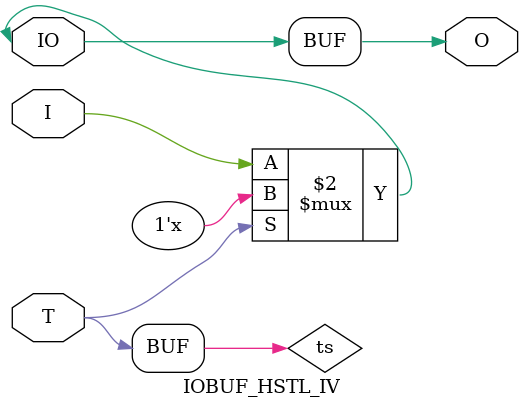
<source format=v>

/*

FUNCTION	: INPUT TRI-STATE OUTPUT BUFFER

*/

`celldefine
`timescale  100 ps / 10 ps

module IOBUF_HSTL_IV (O, IO, I, T);

    output O;

    inout  IO;

    input  I, T;

    or O1 (ts, 1'b0, T);
    bufif0 T1 (IO, I, ts);

    buf B1 (O, IO);

endmodule

</source>
